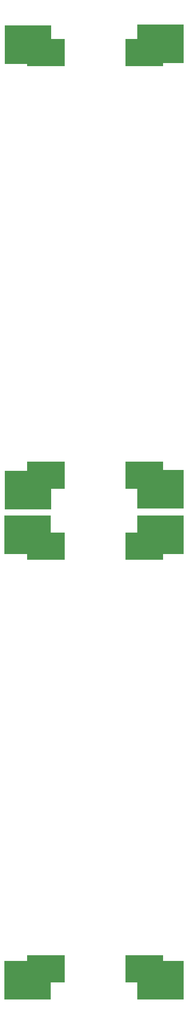
<source format=gbp>
%TF.GenerationSoftware,KiCad,Pcbnew,9.0.6*%
%TF.CreationDate,2025-12-14T22:45:36+01:00*%
%TF.ProjectId,balancingboardbyd,62616c61-6e63-4696-9e67-626f61726462,rev?*%
%TF.SameCoordinates,Original*%
%TF.FileFunction,Paste,Bot*%
%TF.FilePolarity,Positive*%
%FSLAX46Y46*%
G04 Gerber Fmt 4.6, Leading zero omitted, Abs format (unit mm)*
G04 Created by KiCad (PCBNEW 9.0.6) date 2025-12-14 22:45:36*
%MOMM*%
%LPD*%
G01*
G04 APERTURE LIST*
%ADD10R,7.350000X5.320000*%
%ADD11R,9.000000X7.500000*%
G04 APERTURE END LIST*
D10*
%TO.C,BT2*%
X135900000Y-143500000D03*
X135900000Y-225200000D03*
X155000000Y-143500000D03*
X155000000Y-225200000D03*
%TD*%
D11*
%TO.C,U9*%
X132480000Y-46540000D03*
X132480000Y-132640000D03*
%TD*%
%TO.C,U6*%
X132400000Y-141300000D03*
X132400000Y-227400000D03*
%TD*%
%TO.C,U7*%
X158100000Y-227400000D03*
X158100000Y-141300000D03*
%TD*%
D10*
%TO.C,BT3*%
X155000000Y-129750000D03*
X155000000Y-48050000D03*
X135900000Y-129750000D03*
X135900000Y-48050000D03*
%TD*%
D11*
%TO.C,U8*%
X158080000Y-132490000D03*
X158080000Y-46390000D03*
%TD*%
M02*

</source>
